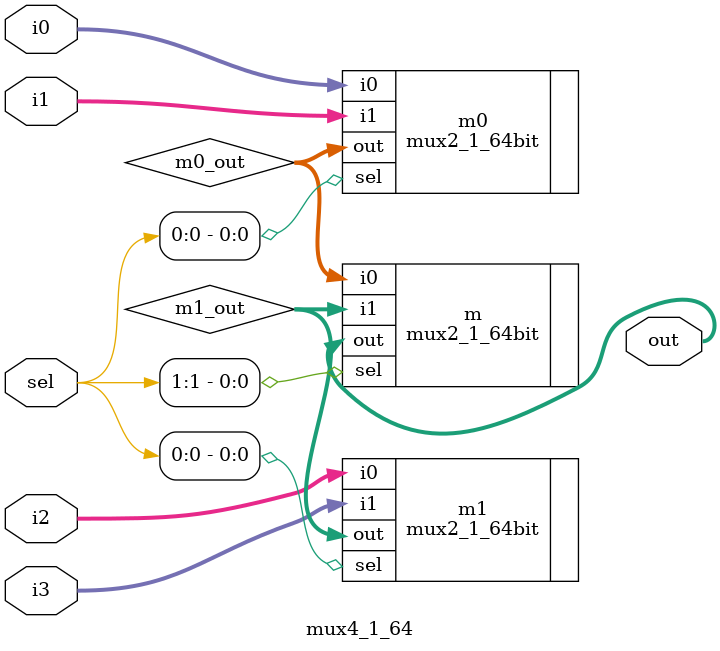
<source format=sv>
`timescale 1ps / 1ps
module mux4_1_64(i0, i1, i2, i3, sel, out);
	input logic [63:0] i0, i1, i2, i3; 
	input logic [1:0] sel;
	output logic [63:0] out;
	
	logic [63:0] m0_out, m1_out;
	
	mux2_1_64bit m0 (.i0(i0), .i1(i1), .sel(sel[0]), .out(m0_out));
	mux2_1_64bit m1 (.i0(i2), .i1(i3), .sel(sel[0]), .out(m1_out));
	mux2_1_64bit m  (.i0(m0_out), .i1(m1_out), .sel(sel[1]), .out(out));
	
endmodule

</source>
